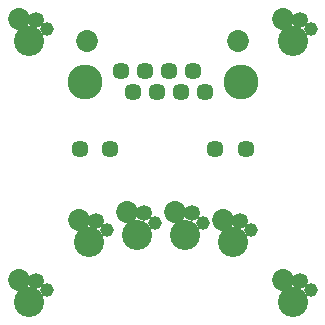
<source format=gbr>
G04 start of page 8 for group -4063 idx -4063 *
G04 Title: (unknown), componentmask *
G04 Creator: pcb 4.2.0 *
G04 CreationDate: Wed Sep 23 11:56:37 2020 UTC *
G04 For: commonadmin *
G04 Format: Gerber/RS-274X *
G04 PCB-Dimensions (mil): 1250.00 1500.00 *
G04 PCB-Coordinate-Origin: lower left *
%MOIN*%
%FSLAX25Y25*%
%LNTOPMASK*%
%ADD95C,0.0572*%
%ADD94C,0.1162*%
%ADD93C,0.0454*%
%ADD92C,0.0532*%
%ADD91C,0.0729*%
%ADD90C,0.1005*%
G54D90*X20000Y20000D03*
G54D91*X16457Y27480D03*
G54D92*X22362Y27087D03*
G54D93*X25906Y23937D03*
G54D90*X108000Y20000D03*
G54D91*X104457Y27480D03*
G54D92*X110362Y27087D03*
G54D93*X113906Y23937D03*
G54D90*X72000Y42500D03*
X88000Y40000D03*
G54D93*X93906Y43937D03*
G54D90*X56000Y42500D03*
X40000Y40000D03*
G54D93*X45906Y43937D03*
G54D92*X74362Y49587D03*
G54D93*X77906Y46437D03*
G54D91*X84457Y47480D03*
G54D92*X90362Y47087D03*
G54D91*X68457Y49980D03*
X52457D03*
G54D92*X58362Y49587D03*
G54D93*X61906Y46437D03*
G54D91*X36457Y47480D03*
G54D92*X42362Y47087D03*
G54D91*X39319Y107004D03*
G54D94*X38531Y93500D03*
G54D95*X36957Y71020D03*
X46996D03*
X66524Y97043D03*
X58492D03*
X50461D03*
X62508Y89957D03*
X54476D03*
X70539D03*
G54D90*X20000Y107000D03*
G54D93*X25906Y110937D03*
G54D91*X16457Y114480D03*
G54D92*X22362Y114087D03*
G54D95*X82035Y71020D03*
X92075D03*
G54D91*X89713Y107004D03*
G54D94*X90500Y93500D03*
G54D95*X74555Y97043D03*
X78571Y89957D03*
G54D90*X108000Y107000D03*
G54D91*X104457Y114480D03*
G54D92*X110362Y114087D03*
G54D93*X113906Y110937D03*
M02*

</source>
